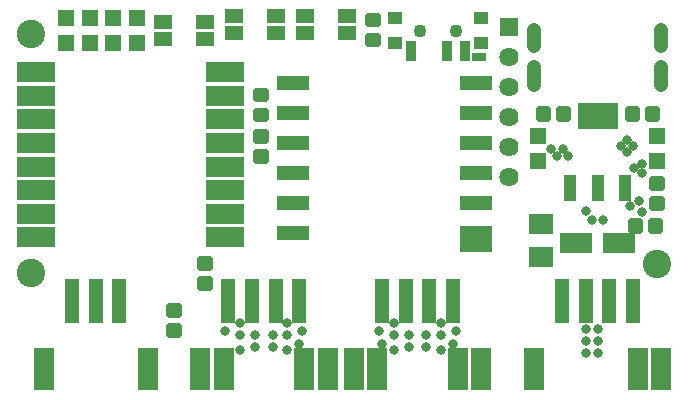
<source format=gbr>
G04 EAGLE Gerber RS-274X export*
G75*
%MOMM*%
%FSLAX34Y34*%
%LPD*%
%INSoldermask Bottom*%
%IPPOS*%
%AMOC8*
5,1,8,0,0,1.08239X$1,22.5*%
G01*
%ADD10C,2.403200*%
%ADD11R,1.603200X1.253200*%
%ADD12C,0.553472*%
%ADD13R,1.092300X2.168300*%
%ADD14R,3.392300X2.168300*%
%ADD15R,2.003200X1.803200*%
%ADD16R,1.403200X1.403200*%
%ADD17C,1.203200*%
%ADD18R,3.203200X1.703200*%
%ADD19R,2.703200X1.203200*%
%ADD20R,2.703200X2.203200*%
%ADD21R,0.903200X1.703200*%
%ADD22R,1.203200X1.003200*%
%ADD23C,1.103200*%
%ADD24R,1.703200X3.603200*%
%ADD25R,1.203200X3.703200*%
%ADD26R,1.625600X1.625600*%
%ADD27C,1.625600*%
%ADD28R,2.803200X1.803200*%
%ADD29R,1.203200X0.803200*%
%ADD30C,0.803200*%


D10*
X22500Y305000D03*
X552500Y110000D03*
X22500Y102500D03*
D11*
X170500Y314750D03*
X170500Y300250D03*
X134500Y300250D03*
X134500Y314750D03*
X230500Y319750D03*
X230500Y305250D03*
X194500Y305250D03*
X194500Y319750D03*
D12*
X308251Y296751D02*
X315749Y296751D01*
X308251Y296751D02*
X308251Y303249D01*
X315749Y303249D01*
X315749Y296751D01*
X315749Y302009D02*
X308251Y302009D01*
X308251Y313751D02*
X315749Y313751D01*
X308251Y313751D02*
X308251Y320249D01*
X315749Y320249D01*
X315749Y313751D01*
X315749Y319009D02*
X308251Y319009D01*
X221249Y233251D02*
X213751Y233251D01*
X213751Y239749D01*
X221249Y239749D01*
X221249Y233251D01*
X221249Y238509D02*
X213751Y238509D01*
X213751Y250251D02*
X221249Y250251D01*
X213751Y250251D02*
X213751Y256749D01*
X221249Y256749D01*
X221249Y250251D01*
X221249Y255509D02*
X213751Y255509D01*
D13*
X525500Y174774D03*
X502500Y174774D03*
X479500Y174774D03*
D14*
X502500Y235226D03*
D12*
X548751Y158251D02*
X556249Y158251D01*
X548751Y158251D02*
X548751Y164749D01*
X556249Y164749D01*
X556249Y158251D01*
X556249Y163509D02*
X548751Y163509D01*
X548751Y175251D02*
X556249Y175251D01*
X548751Y175251D02*
X548751Y181749D01*
X556249Y181749D01*
X556249Y175251D01*
X556249Y180509D02*
X548751Y180509D01*
D15*
X455000Y144000D03*
X455000Y116000D03*
D12*
X173749Y114249D02*
X166251Y114249D01*
X173749Y114249D02*
X173749Y107751D01*
X166251Y107751D01*
X166251Y114249D01*
X166251Y113009D02*
X173749Y113009D01*
X173749Y97249D02*
X166251Y97249D01*
X173749Y97249D02*
X173749Y90751D01*
X166251Y90751D01*
X166251Y97249D01*
X166251Y96009D02*
X173749Y96009D01*
D16*
X452500Y218000D03*
X452500Y197000D03*
D12*
X453251Y233751D02*
X459749Y233751D01*
X453251Y233751D02*
X453251Y241249D01*
X459749Y241249D01*
X459749Y233751D01*
X459749Y239009D02*
X453251Y239009D01*
X470251Y233751D02*
X476749Y233751D01*
X470251Y233751D02*
X470251Y241249D01*
X476749Y241249D01*
X476749Y233751D01*
X476749Y239009D02*
X470251Y239009D01*
D16*
X52500Y318000D03*
X52500Y297000D03*
X72500Y318000D03*
X72500Y297000D03*
X92500Y318000D03*
X92500Y297000D03*
X112500Y318000D03*
X112500Y297000D03*
D17*
X556500Y294800D02*
X556500Y307800D01*
X448500Y307800D02*
X448500Y294800D01*
X556500Y276750D02*
X556500Y261250D01*
X448500Y261250D02*
X448500Y276750D01*
D16*
X552500Y218000D03*
X552500Y197000D03*
D12*
X140001Y74249D02*
X140001Y67751D01*
X140001Y74249D02*
X147499Y74249D01*
X147499Y67751D01*
X140001Y67751D01*
X140001Y73009D02*
X147499Y73009D01*
X140001Y57249D02*
X140001Y50751D01*
X140001Y57249D02*
X147499Y57249D01*
X147499Y50751D01*
X140001Y50751D01*
X140001Y56009D02*
X147499Y56009D01*
D18*
X187500Y272500D03*
X187500Y252500D03*
X187500Y232500D03*
X187500Y212500D03*
X187500Y192500D03*
X187500Y172500D03*
X187500Y152500D03*
X187500Y132500D03*
X27500Y132500D03*
X27500Y152500D03*
X27500Y172500D03*
X27500Y192500D03*
X27500Y212500D03*
X27500Y232500D03*
X27500Y252500D03*
X27500Y272500D03*
D19*
X245000Y136500D03*
X245000Y161900D03*
X245000Y187300D03*
X245000Y212700D03*
X245000Y238100D03*
X245000Y263500D03*
X400000Y263500D03*
X400000Y238100D03*
X400000Y212700D03*
X400000Y187300D03*
X400000Y161900D03*
D20*
X400000Y131500D03*
D21*
X390000Y290000D03*
X375000Y290000D03*
X345000Y290000D03*
D22*
X404000Y318000D03*
X331000Y318000D03*
X404000Y297000D03*
X331000Y297000D03*
D23*
X382500Y307500D03*
X352500Y307500D03*
D12*
X221249Y198251D02*
X213751Y198251D01*
X213751Y204749D01*
X221249Y204749D01*
X221249Y198251D01*
X221249Y203509D02*
X213751Y203509D01*
X213751Y215251D02*
X221249Y215251D01*
X213751Y215251D02*
X213751Y221749D01*
X221249Y221749D01*
X221249Y215251D01*
X221249Y220509D02*
X213751Y220509D01*
D11*
X290500Y319750D03*
X290500Y305250D03*
X254500Y305250D03*
X254500Y319750D03*
D24*
X33500Y21000D03*
X121500Y21000D03*
D25*
X57500Y78500D03*
X77500Y78500D03*
X97500Y78500D03*
D12*
X528251Y233751D02*
X534749Y233751D01*
X528251Y233751D02*
X528251Y241249D01*
X534749Y241249D01*
X534749Y233751D01*
X534749Y239009D02*
X528251Y239009D01*
X545251Y233751D02*
X551749Y233751D01*
X545251Y233751D02*
X545251Y241249D01*
X551749Y241249D01*
X551749Y233751D01*
X551749Y239009D02*
X545251Y239009D01*
D26*
X427500Y311000D03*
D27*
X427500Y285600D03*
X427500Y260200D03*
X427500Y234800D03*
X427500Y209400D03*
X427500Y184000D03*
D24*
X186000Y21000D03*
X254000Y21000D03*
D25*
X190000Y78500D03*
X210000Y78500D03*
X230000Y78500D03*
X250000Y78500D03*
D24*
X166000Y21000D03*
X274000Y21000D03*
X316000Y21000D03*
X384000Y21000D03*
D25*
X320000Y78500D03*
X340000Y78500D03*
X360000Y78500D03*
X380000Y78500D03*
D24*
X296000Y21000D03*
X404000Y21000D03*
D12*
X530751Y138751D02*
X537249Y138751D01*
X530751Y138751D02*
X530751Y146249D01*
X537249Y146249D01*
X537249Y138751D01*
X537249Y144009D02*
X530751Y144009D01*
X547751Y138751D02*
X554249Y138751D01*
X547751Y138751D02*
X547751Y146249D01*
X554249Y146249D01*
X554249Y138751D01*
X554249Y144009D02*
X547751Y144009D01*
D28*
X520500Y127500D03*
X484500Y127500D03*
D24*
X448500Y21000D03*
X556500Y21000D03*
D25*
X532500Y78500D03*
X512500Y78500D03*
X492500Y78500D03*
X472500Y78500D03*
D24*
X536500Y21000D03*
D29*
X402500Y285000D03*
D30*
X522500Y210000D03*
X527500Y205000D03*
X532500Y210000D03*
X527500Y215000D03*
X382500Y53500D03*
X380000Y42500D03*
X370000Y37500D03*
X507500Y147500D03*
X497500Y147500D03*
X492500Y155000D03*
X477859Y201859D03*
X473000Y207230D03*
X467888Y201888D03*
X463388Y207388D03*
X252500Y53500D03*
X250000Y42500D03*
X240000Y37500D03*
X330000Y37500D03*
X320000Y42500D03*
X317500Y53500D03*
X187500Y53500D03*
X200000Y37500D03*
X540000Y195000D03*
X540000Y187000D03*
X533000Y191000D03*
X492500Y55000D03*
X502500Y55000D03*
X492500Y45000D03*
X502500Y45000D03*
X492500Y35000D03*
X502500Y35000D03*
X357500Y50000D03*
X357500Y40000D03*
X370020Y60000D03*
X370020Y50000D03*
X329980Y60000D03*
X329980Y50000D03*
X342500Y50000D03*
X342500Y40000D03*
X227500Y50000D03*
X227500Y40000D03*
X240020Y60000D03*
X240020Y50000D03*
X199980Y60000D03*
X199980Y50000D03*
X212500Y50000D03*
X212500Y40000D03*
X530000Y159000D03*
X538000Y163000D03*
X540000Y154000D03*
M02*

</source>
